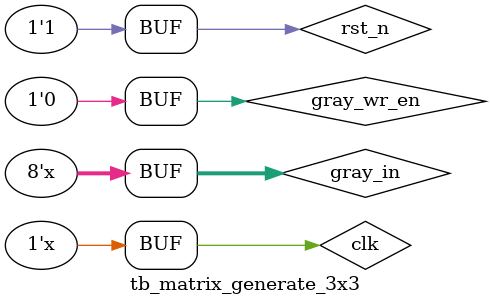
<source format=v>
`timescale 1ns/100ps
`define clock_period 10
module tb_matrix_generate_3x3();

reg 		clk;               	
reg 		rst_n;              
reg         gray_wr_en;
reg  [7:0]	gray_in;            

wire 	 	matrix_frame_wr_en; 
wire [7:0]	matrix_p11;         
wire [7:0]	matrix_p12;         
wire [7:0]	matrix_p13;         
wire [7:0]	matrix_p21;         
wire [7:0]	matrix_p22;         
wire [7:0]	matrix_p23;         
wire [7:0]	matrix_p31;         
wire [7:0]	matrix_p32;         
wire [7:0]	matrix_p33;  
       
//initialize
initial begin
    clk<=1'b0;
    rst_n<=1'b0;
	gray_wr_en <= 1'b0;
	gray_in <= 8'b0;
    #100;
    rst_n<=1'b1;
	repeat(640) begin //ÖØ¸´Ö´ÐÐ30´Î¡£1¸öÖÜÆÚ¸ßµçÆ½£¬5¸öÖÜÆÚµÍµçÆ½¡£
		gray_wr_en <= 1'b1;
		gray_in <= gray_in+1'b1;
		#(`clock_period);
		gray_wr_en <= 1'b0;
		#(`clock_period);	
	end
	#100;
	repeat(640) begin //ÖØ¸´Ö´ÐÐ30´Î¡£1¸öÖÜÆÚ¸ßµçÆ½£¬5¸öÖÜÆÚµÍµçÆ½¡£
		gray_wr_en <= 1'b1;
		gray_in <= gray_in+1'b1;
		#(`clock_period);
		gray_wr_en <= 1'b0;
		#(`clock_period);	
	end
		#100;
	repeat(640) begin //ÖØ¸´Ö´ÐÐ30´Î¡£1¸öÖÜÆÚ¸ßµçÆ½£¬5¸öÖÜÆÚµÍµçÆ½¡£
		gray_wr_en <= 1'b1;
		gray_in <= gray_in+1'b1;
		#(`clock_period);
		gray_wr_en <= 1'b0;
		#(`clock_period);	
	end
	
end

//50MHz
always #(`clock_period/2) clk<=~clk;


// endmodule
matrix_generate_3x3 matrix_generate_3x3_inst
(
	.clk               	 (clk),
    .rst_n               (rst_n),

    .gray_wr_en          (gray_wr_en),
    .gray_in             (gray_in),

    .matrix_frame_wr_en  (matrix_frame_wr_en),
    .matrix_p11          (matrix_p11),
    .matrix_p12          (matrix_p12),
    .matrix_p13          (matrix_p13),
    .matrix_p21          (matrix_p21),
    .matrix_p22          (matrix_p22),
    .matrix_p23          (matrix_p23),
    .matrix_p31          (matrix_p31),
    .matrix_p32          (matrix_p32),
    .matrix_p33          (matrix_p33)
);

endmodule 
</source>
